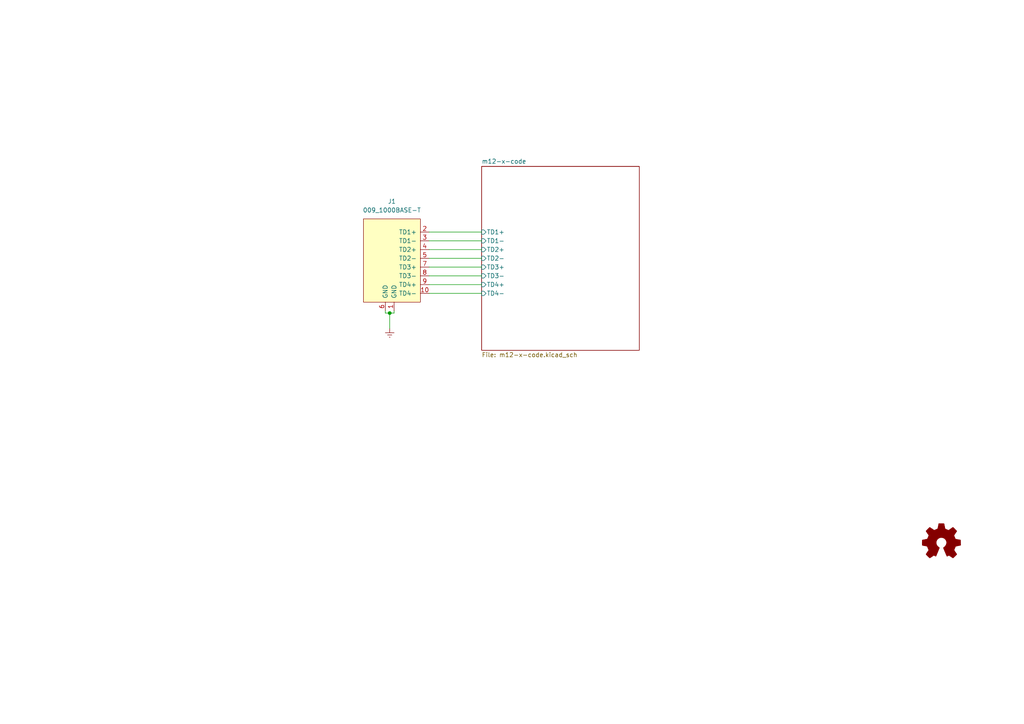
<source format=kicad_sch>
(kicad_sch (version 20230121) (generator eeschema)

  (uuid 57732dd3-1162-4c3f-88bd-31bf473d124d)

  (paper "A4")

  (lib_symbols
    (symbol "Graphic:Logo_Open_Hardware_Small" (pin_names (offset 1.016)) (in_bom yes) (on_board yes)
      (property "Reference" "#LOGO" (at 0 6.985 0)
        (effects (font (size 1.27 1.27)) hide)
      )
      (property "Value" "Logo_Open_Hardware_Small" (at 0 -5.715 0)
        (effects (font (size 1.27 1.27)) hide)
      )
      (property "Footprint" "" (at 0 0 0)
        (effects (font (size 1.27 1.27)) hide)
      )
      (property "Datasheet" "~" (at 0 0 0)
        (effects (font (size 1.27 1.27)) hide)
      )
      (property "ki_keywords" "Logo" (at 0 0 0)
        (effects (font (size 1.27 1.27)) hide)
      )
      (property "ki_description" "Open Hardware logo, small" (at 0 0 0)
        (effects (font (size 1.27 1.27)) hide)
      )
      (symbol "Logo_Open_Hardware_Small_0_1"
        (polyline
          (pts
            (xy 3.3528 -4.3434)
            (xy 3.302 -4.318)
            (xy 3.175 -4.2418)
            (xy 2.9972 -4.1148)
            (xy 2.7686 -3.9624)
            (xy 2.54 -3.81)
            (xy 2.3622 -3.7084)
            (xy 2.2352 -3.6068)
            (xy 2.1844 -3.5814)
            (xy 2.159 -3.6068)
            (xy 2.0574 -3.6576)
            (xy 1.905 -3.7338)
            (xy 1.8034 -3.7846)
            (xy 1.6764 -3.8354)
            (xy 1.6002 -3.8354)
            (xy 1.6002 -3.8354)
            (xy 1.5494 -3.7338)
            (xy 1.4732 -3.5306)
            (xy 1.3462 -3.302)
            (xy 1.2446 -3.0226)
            (xy 1.1176 -2.7178)
            (xy 0.9652 -2.413)
            (xy 0.8636 -2.1082)
            (xy 0.7366 -1.8288)
            (xy 0.6604 -1.6256)
            (xy 0.6096 -1.4732)
            (xy 0.5842 -1.397)
            (xy 0.5842 -1.397)
            (xy 0.6604 -1.3208)
            (xy 0.7874 -1.2446)
            (xy 1.0414 -1.016)
            (xy 1.2954 -0.6858)
            (xy 1.4478 -0.3302)
            (xy 1.524 0.0762)
            (xy 1.4732 0.4572)
            (xy 1.3208 0.8128)
            (xy 1.0668 1.143)
            (xy 0.762 1.3716)
            (xy 0.4064 1.524)
            (xy 0 1.5748)
            (xy -0.381 1.5494)
            (xy -0.7366 1.397)
            (xy -1.0668 1.143)
            (xy -1.2192 0.9906)
            (xy -1.397 0.6604)
            (xy -1.524 0.3048)
            (xy -1.524 0.2286)
            (xy -1.4986 -0.1778)
            (xy -1.397 -0.5334)
            (xy -1.1938 -0.8636)
            (xy -0.9144 -1.143)
            (xy -0.8636 -1.1684)
            (xy -0.7366 -1.27)
            (xy -0.635 -1.3462)
            (xy -0.5842 -1.397)
            (xy -1.0668 -2.5908)
            (xy -1.143 -2.794)
            (xy -1.2954 -3.1242)
            (xy -1.397 -3.4036)
            (xy -1.4986 -3.6322)
            (xy -1.5748 -3.7846)
            (xy -1.6002 -3.8354)
            (xy -1.6002 -3.8354)
            (xy -1.651 -3.8354)
            (xy -1.7272 -3.81)
            (xy -1.905 -3.7338)
            (xy -2.0066 -3.683)
            (xy -2.1336 -3.6068)
            (xy -2.2098 -3.5814)
            (xy -2.2606 -3.6068)
            (xy -2.3622 -3.683)
            (xy -2.54 -3.81)
            (xy -2.7686 -3.9624)
            (xy -2.9718 -4.0894)
            (xy -3.1496 -4.2164)
            (xy -3.302 -4.318)
            (xy -3.3528 -4.3434)
            (xy -3.3782 -4.3434)
            (xy -3.429 -4.318)
            (xy -3.5306 -4.2164)
            (xy -3.7084 -4.064)
            (xy -3.937 -3.8354)
            (xy -3.9624 -3.81)
            (xy -4.1656 -3.6068)
            (xy -4.318 -3.4544)
            (xy -4.4196 -3.3274)
            (xy -4.445 -3.2766)
            (xy -4.445 -3.2766)
            (xy -4.4196 -3.2258)
            (xy -4.318 -3.0734)
            (xy -4.2164 -2.8956)
            (xy -4.064 -2.667)
            (xy -3.6576 -2.0828)
            (xy -3.8862 -1.5494)
            (xy -3.937 -1.3716)
            (xy -4.0386 -1.1684)
            (xy -4.0894 -1.0414)
            (xy -4.1148 -0.9652)
            (xy -4.191 -0.9398)
            (xy -4.318 -0.9144)
            (xy -4.5466 -0.8636)
            (xy -4.8006 -0.8128)
            (xy -5.0546 -0.7874)
            (xy -5.2578 -0.7366)
            (xy -5.4356 -0.7112)
            (xy -5.5118 -0.6858)
            (xy -5.5118 -0.6858)
            (xy -5.5372 -0.635)
            (xy -5.5372 -0.5588)
            (xy -5.5372 -0.4318)
            (xy -5.5626 -0.2286)
            (xy -5.5626 0.0762)
            (xy -5.5626 0.127)
            (xy -5.5372 0.4064)
            (xy -5.5372 0.635)
            (xy -5.5372 0.762)
            (xy -5.5372 0.8382)
            (xy -5.5372 0.8382)
            (xy -5.461 0.8382)
            (xy -5.3086 0.889)
            (xy -5.08 0.9144)
            (xy -4.826 0.9652)
            (xy -4.8006 0.9906)
            (xy -4.5466 1.0414)
            (xy -4.318 1.0668)
            (xy -4.1656 1.1176)
            (xy -4.0894 1.143)
            (xy -4.0894 1.143)
            (xy -4.0386 1.2446)
            (xy -3.9624 1.4224)
            (xy -3.8608 1.6256)
            (xy -3.7846 1.8288)
            (xy -3.7084 2.0066)
            (xy -3.6576 2.159)
            (xy -3.6322 2.2098)
            (xy -3.6322 2.2098)
            (xy -3.683 2.286)
            (xy -3.7592 2.413)
            (xy -3.8862 2.5908)
            (xy -4.064 2.8194)
            (xy -4.064 2.8448)
            (xy -4.2164 3.0734)
            (xy -4.3434 3.2512)
            (xy -4.4196 3.3782)
            (xy -4.445 3.4544)
            (xy -4.445 3.4544)
            (xy -4.3942 3.5052)
            (xy -4.2926 3.6322)
            (xy -4.1148 3.81)
            (xy -3.937 4.0132)
            (xy -3.8608 4.064)
            (xy -3.6576 4.2926)
            (xy -3.5052 4.4196)
            (xy -3.4036 4.4958)
            (xy -3.3528 4.5212)
            (xy -3.3528 4.5212)
            (xy -3.302 4.4704)
            (xy -3.1496 4.3688)
            (xy -2.9718 4.2418)
            (xy -2.7432 4.0894)
            (xy -2.7178 4.0894)
            (xy -2.4892 3.937)
            (xy -2.3114 3.81)
            (xy -2.1844 3.7084)
            (xy -2.1336 3.683)
            (xy -2.1082 3.683)
            (xy -2.032 3.7084)
            (xy -1.8542 3.7592)
            (xy -1.6764 3.8354)
            (xy -1.4732 3.937)
            (xy -1.27 4.0132)
            (xy -1.143 4.064)
            (xy -1.0668 4.1148)
            (xy -1.0668 4.1148)
            (xy -1.0414 4.191)
            (xy -1.016 4.3434)
            (xy -0.9652 4.572)
            (xy -0.9144 4.8514)
            (xy -0.889 4.9022)
            (xy -0.8382 5.1562)
            (xy -0.8128 5.3848)
            (xy -0.7874 5.5372)
            (xy -0.762 5.588)
            (xy -0.7112 5.6134)
            (xy -0.5842 5.6134)
            (xy -0.4064 5.6134)
            (xy -0.1524 5.6134)
            (xy 0.0762 5.6134)
            (xy 0.3302 5.6134)
            (xy 0.5334 5.6134)
            (xy 0.6858 5.588)
            (xy 0.7366 5.588)
            (xy 0.7366 5.588)
            (xy 0.762 5.5118)
            (xy 0.8128 5.334)
            (xy 0.8382 5.1054)
            (xy 0.9144 4.826)
            (xy 0.9144 4.7752)
            (xy 0.9652 4.5212)
            (xy 1.016 4.2926)
            (xy 1.0414 4.1402)
            (xy 1.0668 4.0894)
            (xy 1.0668 4.0894)
            (xy 1.1938 4.0386)
            (xy 1.3716 3.9624)
            (xy 1.5748 3.8608)
            (xy 2.0828 3.6576)
            (xy 2.7178 4.0894)
            (xy 2.7686 4.1402)
            (xy 2.9972 4.2926)
            (xy 3.175 4.4196)
            (xy 3.302 4.4958)
            (xy 3.3782 4.5212)
            (xy 3.3782 4.5212)
            (xy 3.429 4.4704)
            (xy 3.556 4.3434)
            (xy 3.7338 4.191)
            (xy 3.9116 3.9878)
            (xy 4.064 3.8354)
            (xy 4.2418 3.6576)
            (xy 4.3434 3.556)
            (xy 4.4196 3.4798)
            (xy 4.4196 3.429)
            (xy 4.4196 3.4036)
            (xy 4.3942 3.3274)
            (xy 4.2926 3.2004)
            (xy 4.1656 2.9972)
            (xy 4.0132 2.794)
            (xy 3.8862 2.5908)
            (xy 3.7592 2.3876)
            (xy 3.6576 2.2352)
            (xy 3.6322 2.159)
            (xy 3.6322 2.1336)
            (xy 3.683 2.0066)
            (xy 3.7592 1.8288)
            (xy 3.8608 1.6002)
            (xy 4.064 1.1176)
            (xy 4.3942 1.0414)
            (xy 4.5974 1.016)
            (xy 4.8768 0.9652)
            (xy 5.1308 0.9144)
            (xy 5.5372 0.8382)
            (xy 5.5626 -0.6604)
            (xy 5.4864 -0.6858)
            (xy 5.4356 -0.6858)
            (xy 5.2832 -0.7366)
            (xy 5.0546 -0.762)
            (xy 4.8006 -0.8128)
            (xy 4.5974 -0.8636)
            (xy 4.3688 -0.9144)
            (xy 4.2164 -0.9398)
            (xy 4.1402 -0.9398)
            (xy 4.1148 -0.9652)
            (xy 4.064 -1.0668)
            (xy 3.9878 -1.2446)
            (xy 3.9116 -1.4478)
            (xy 3.81 -1.651)
            (xy 3.7338 -1.8542)
            (xy 3.683 -2.0066)
            (xy 3.6576 -2.0828)
            (xy 3.683 -2.1336)
            (xy 3.7846 -2.2606)
            (xy 3.8862 -2.4638)
            (xy 4.0386 -2.667)
            (xy 4.191 -2.8956)
            (xy 4.318 -3.0734)
            (xy 4.3942 -3.2004)
            (xy 4.445 -3.2766)
            (xy 4.4196 -3.3274)
            (xy 4.3434 -3.429)
            (xy 4.1656 -3.5814)
            (xy 3.937 -3.8354)
            (xy 3.8862 -3.8608)
            (xy 3.683 -4.064)
            (xy 3.5306 -4.2164)
            (xy 3.4036 -4.318)
            (xy 3.3528 -4.3434)
          )
          (stroke (width 0) (type default))
          (fill (type outline))
        )
      )
    )
    (symbol "power:Earth" (power) (pin_names (offset 0)) (in_bom yes) (on_board yes)
      (property "Reference" "#PWR" (at 0 -6.35 0)
        (effects (font (size 1.27 1.27)) hide)
      )
      (property "Value" "Earth" (at 0 -3.81 0)
        (effects (font (size 1.27 1.27)) hide)
      )
      (property "Footprint" "" (at 0 0 0)
        (effects (font (size 1.27 1.27)) hide)
      )
      (property "Datasheet" "~" (at 0 0 0)
        (effects (font (size 1.27 1.27)) hide)
      )
      (property "ki_keywords" "power-flag ground gnd" (at 0 0 0)
        (effects (font (size 1.27 1.27)) hide)
      )
      (property "ki_description" "Power symbol creates a global label with name \"Earth\"" (at 0 0 0)
        (effects (font (size 1.27 1.27)) hide)
      )
      (symbol "Earth_0_1"
        (polyline
          (pts
            (xy -0.635 -1.905)
            (xy 0.635 -1.905)
          )
          (stroke (width 0) (type default))
          (fill (type none))
        )
        (polyline
          (pts
            (xy -0.127 -2.54)
            (xy 0.127 -2.54)
          )
          (stroke (width 0) (type default))
          (fill (type none))
        )
        (polyline
          (pts
            (xy 0 -1.27)
            (xy 0 0)
          )
          (stroke (width 0) (type default))
          (fill (type none))
        )
        (polyline
          (pts
            (xy 1.27 -1.27)
            (xy -1.27 -1.27)
          )
          (stroke (width 0) (type default))
          (fill (type none))
        )
      )
      (symbol "Earth_1_1"
        (pin power_in line (at 0 0 270) (length 0) hide
          (name "Earth" (effects (font (size 1.27 1.27))))
          (number "1" (effects (font (size 1.27 1.27))))
        )
      )
    )
    (symbol "put_on_edge:009_1000BASE-T" (pin_names (offset 1.016)) (in_bom yes) (on_board yes)
      (property "Reference" "J" (at -2.54 13.97 0)
        (effects (font (size 1.27 1.27)))
      )
      (property "Value" "009_1000BASE-T" (at 8.89 13.97 0)
        (effects (font (size 1.27 1.27)))
      )
      (property "Footprint" "" (at 7.62 16.51 0)
        (effects (font (size 1.27 1.27)) hide)
      )
      (property "Datasheet" "" (at 7.62 16.51 0)
        (effects (font (size 1.27 1.27)) hide)
      )
      (symbol "009_1000BASE-T_0_1"
        (rectangle (start -8.89 12.7) (end 7.62 -11.43)
          (stroke (width 0) (type default))
          (fill (type background))
        )
      )
      (symbol "009_1000BASE-T_1_1"
        (pin power_in line (at -1.27 -13.97 90) (length 2.54)
          (name "GND" (effects (font (size 1.27 1.27))))
          (number "1" (effects (font (size 1.27 1.27))))
        )
        (pin bidirectional line (at -11.43 -8.89 0) (length 2.54)
          (name "TD4-" (effects (font (size 1.27 1.27))))
          (number "10" (effects (font (size 1.27 1.27))))
        )
        (pin bidirectional line (at -11.43 8.89 0) (length 2.54)
          (name "TD1+" (effects (font (size 1.27 1.27))))
          (number "2" (effects (font (size 1.27 1.27))))
        )
        (pin bidirectional line (at -11.43 6.35 0) (length 2.54)
          (name "TD1-" (effects (font (size 1.27 1.27))))
          (number "3" (effects (font (size 1.27 1.27))))
        )
        (pin bidirectional line (at -11.43 3.81 0) (length 2.54)
          (name "TD2+" (effects (font (size 1.27 1.27))))
          (number "4" (effects (font (size 1.27 1.27))))
        )
        (pin bidirectional line (at -11.43 1.27 0) (length 2.54)
          (name "TD2-" (effects (font (size 1.27 1.27))))
          (number "5" (effects (font (size 1.27 1.27))))
        )
        (pin power_in line (at 1.27 -13.97 90) (length 2.54)
          (name "GND" (effects (font (size 1.27 1.27))))
          (number "6" (effects (font (size 1.27 1.27))))
        )
        (pin bidirectional line (at -11.43 -1.27 0) (length 2.54)
          (name "TD3+" (effects (font (size 1.27 1.27))))
          (number "7" (effects (font (size 1.27 1.27))))
        )
        (pin bidirectional line (at -11.43 -3.81 0) (length 2.54)
          (name "TD3-" (effects (font (size 1.27 1.27))))
          (number "8" (effects (font (size 1.27 1.27))))
        )
        (pin bidirectional line (at -11.43 -6.35 0) (length 2.54)
          (name "TD4+" (effects (font (size 1.27 1.27))))
          (number "9" (effects (font (size 1.27 1.27))))
        )
      )
    )
  )

  (junction (at 113.03 90.805) (diameter 0) (color 0 0 0 0)
    (uuid d1bc02df-1a93-4251-9f81-7a667d40bbea)
  )

  (wire (pts (xy 113.03 90.805) (xy 114.3 90.805))
    (stroke (width 0) (type default))
    (uuid 09392d8e-fbaa-47a9-ae79-41473d1be55c)
  )
  (wire (pts (xy 124.46 85.09) (xy 139.7 85.09))
    (stroke (width 0) (type default))
    (uuid 2bba7721-c2cf-496f-97eb-a04b4abde428)
  )
  (wire (pts (xy 124.46 82.55) (xy 139.7 82.55))
    (stroke (width 0) (type default))
    (uuid 2d2070cd-d836-4455-9e99-6853c77f6c7e)
  )
  (wire (pts (xy 124.46 80.01) (xy 139.7 80.01))
    (stroke (width 0) (type default))
    (uuid 4b4f31ee-2050-4eb6-bd33-4761314bae32)
  )
  (wire (pts (xy 111.76 90.17) (xy 111.76 90.805))
    (stroke (width 0) (type default))
    (uuid 4c71ac67-0079-42dd-b80b-18e3957b3d02)
  )
  (wire (pts (xy 114.3 90.805) (xy 114.3 90.17))
    (stroke (width 0) (type default))
    (uuid 70e3c6d7-0044-4440-a2d1-c0ec5dc42491)
  )
  (wire (pts (xy 124.46 69.85) (xy 139.7 69.85))
    (stroke (width 0) (type default))
    (uuid 7c2e0099-20c3-4757-93f7-5b8b19518f5a)
  )
  (wire (pts (xy 124.46 74.93) (xy 139.7 74.93))
    (stroke (width 0) (type default))
    (uuid a070591b-7a92-4c5c-9882-54be2149e1a8)
  )
  (wire (pts (xy 124.46 67.31) (xy 139.7 67.31))
    (stroke (width 0) (type default))
    (uuid afa8da5b-c3b1-41b2-aed0-f9f37f985fc9)
  )
  (wire (pts (xy 124.46 72.39) (xy 139.7 72.39))
    (stroke (width 0) (type default))
    (uuid bf701b08-c593-4b13-9363-c06bd8308883)
  )
  (wire (pts (xy 111.76 90.805) (xy 113.03 90.805))
    (stroke (width 0) (type default))
    (uuid c2c52083-8407-4777-9f18-c31867913e7a)
  )
  (wire (pts (xy 113.03 90.805) (xy 113.03 95.25))
    (stroke (width 0) (type default))
    (uuid c8754755-47d0-4920-b9b0-505e6ca2e4d4)
  )
  (wire (pts (xy 124.46 77.47) (xy 139.7 77.47))
    (stroke (width 0) (type default))
    (uuid f6093bb0-a72d-4846-853c-59e43b147a78)
  )

  (symbol (lib_id "Graphic:Logo_Open_Hardware_Small") (at 273.05 157.48 0) (unit 1)
    (in_bom yes) (on_board yes) (dnp no) (fields_autoplaced)
    (uuid b72b6f4a-7489-40f2-bb90-d75ae01aa368)
    (property "Reference" "LOGO1" (at 273.05 150.495 0)
      (effects (font (size 1.27 1.27)) hide)
    )
    (property "Value" "Logo_Open_Hardware_Small" (at 273.05 163.195 0)
      (effects (font (size 1.27 1.27)) hide)
    )
    (property "Footprint" "Symbol:OSHW-Symbol_6.7x6mm_SilkScreen" (at 273.05 157.48 0)
      (effects (font (size 1.27 1.27)) hide)
    )
    (property "Datasheet" "~" (at 273.05 157.48 0)
      (effects (font (size 1.27 1.27)) hide)
    )
    (instances
      (project "board"
        (path "/57732dd3-1162-4c3f-88bd-31bf473d124d"
          (reference "LOGO1") (unit 1)
        )
      )
    )
  )

  (symbol (lib_id "power:Earth") (at 113.03 95.25 0) (unit 1)
    (in_bom yes) (on_board yes) (dnp no)
    (uuid c9bb9518-0472-4d99-bb02-56c7fc3afc0f)
    (property "Reference" "#PWR01" (at 113.03 101.6 0)
      (effects (font (size 1.27 1.27)) hide)
    )
    (property "Value" "Earth" (at 113.03 99.06 0)
      (effects (font (size 1.27 1.27)) hide)
    )
    (property "Footprint" "" (at 113.03 95.25 0)
      (effects (font (size 1.27 1.27)) hide)
    )
    (property "Datasheet" "~" (at 113.03 95.25 0)
      (effects (font (size 1.27 1.27)) hide)
    )
    (pin "1" (uuid f271736f-8bd2-42f2-af11-4141b69b5dda))
    (instances
      (project "board"
        (path "/57732dd3-1162-4c3f-88bd-31bf473d124d"
          (reference "#PWR01") (unit 1)
        )
      )
    )
  )

  (symbol (lib_id "put_on_edge:009_1000BASE-T") (at 113.03 76.2 0) (mirror y) (unit 1)
    (in_bom yes) (on_board yes) (dnp no) (fields_autoplaced)
    (uuid e7addb57-aedd-4c18-8dd2-aed06d8ef76d)
    (property "Reference" "J1" (at 113.665 58.42 0)
      (effects (font (size 1.27 1.27)))
    )
    (property "Value" "009_1000BASE-T" (at 113.665 60.96 0)
      (effects (font (size 1.27 1.27)))
    )
    (property "Footprint" "on_edge:on_edge_2x05_device" (at 105.41 59.69 0)
      (effects (font (size 1.27 1.27)) hide)
    )
    (property "Datasheet" "" (at 105.41 59.69 0)
      (effects (font (size 1.27 1.27)) hide)
    )
    (pin "1" (uuid fe2d797d-23aa-451c-9b38-59a43168637a))
    (pin "10" (uuid 0f0c04ca-33cc-4024-a3e2-ccc78c952238))
    (pin "2" (uuid eb343c38-7f30-48df-a0bf-ff0b9171a757))
    (pin "3" (uuid e2cf0203-7b52-4aad-933b-21800f294584))
    (pin "4" (uuid cc93dfc8-caf0-4ec7-a57e-e7ac793fbea4))
    (pin "5" (uuid 3610702c-f740-4769-b4ca-93385e931a99))
    (pin "6" (uuid df9f7e2a-6fe3-42a8-9440-be34c0f0737c))
    (pin "7" (uuid 6688bc3f-0e41-4837-a992-409960e27445))
    (pin "8" (uuid 8139d962-91d2-4b98-903a-fdce2db284d3))
    (pin "9" (uuid 1ecdd1c9-25ef-43f7-847d-152a25a23536))
    (instances
      (project "board"
        (path "/57732dd3-1162-4c3f-88bd-31bf473d124d"
          (reference "J1") (unit 1)
        )
      )
    )
  )

  (sheet (at 139.7 48.26) (size 45.72 53.34) (fields_autoplaced)
    (stroke (width 0.1524) (type solid))
    (fill (color 0 0 0 0.0000))
    (uuid 7dd3697b-314e-4371-a03b-0dad7eea1deb)
    (property "Sheetname" "m12-x-code" (at 139.7 47.5484 0)
      (effects (font (size 1.27 1.27)) (justify left bottom))
    )
    (property "Sheetfile" "m12-x-code.kicad_sch" (at 139.7 102.1846 0)
      (effects (font (size 1.27 1.27)) (justify left top))
    )
    (pin "TD4-" input (at 139.7 85.09 180)
      (effects (font (size 1.27 1.27)) (justify left))
      (uuid 57c18895-cc6a-4cbc-b0dc-bca720a9e924)
    )
    (pin "TD4+" input (at 139.7 82.55 180)
      (effects (font (size 1.27 1.27)) (justify left))
      (uuid 4c7b64c2-8d2c-4cc5-8e75-2fef7e34fc85)
    )
    (pin "TD1+" input (at 139.7 67.31 180)
      (effects (font (size 1.27 1.27)) (justify left))
      (uuid a81e13d2-4a9b-4dfb-8dec-22d9bd230f0a)
    )
    (pin "TD2+" input (at 139.7 72.39 180)
      (effects (font (size 1.27 1.27)) (justify left))
      (uuid d8196d28-83d9-4ac5-8821-4bfb9e9e7fe6)
    )
    (pin "TD3-" input (at 139.7 80.01 180)
      (effects (font (size 1.27 1.27)) (justify left))
      (uuid 05236793-5760-4548-9a2a-5cd3c499d722)
    )
    (pin "TD3+" input (at 139.7 77.47 180)
      (effects (font (size 1.27 1.27)) (justify left))
      (uuid d5a109b0-14da-48d3-b4bc-ca3accba0d4d)
    )
    (pin "TD2-" input (at 139.7 74.93 180)
      (effects (font (size 1.27 1.27)) (justify left))
      (uuid 5aa28de8-9d06-4db8-b8ba-4df307a9deb2)
    )
    (pin "TD1-" input (at 139.7 69.85 180)
      (effects (font (size 1.27 1.27)) (justify left))
      (uuid e144b3ce-c7a7-4350-95b0-311ee1795d4d)
    )
    (instances
      (project "board"
        (path "/57732dd3-1162-4c3f-88bd-31bf473d124d" (page "3"))
      )
    )
  )

  (sheet_instances
    (path "/" (page "1"))
  )
)

</source>
